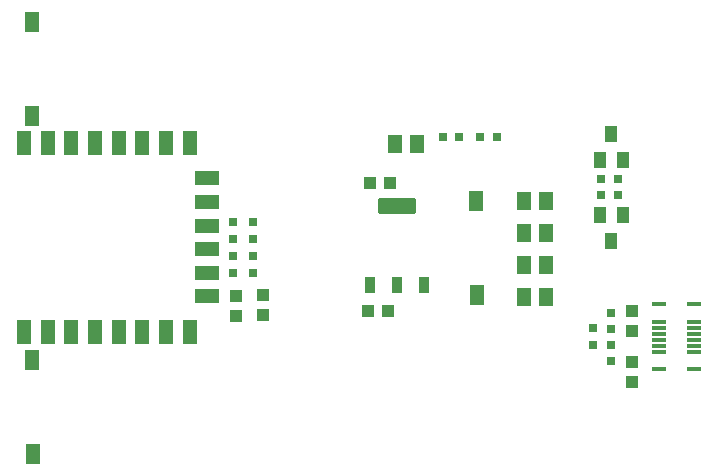
<source format=gtp>
G04*
G04 #@! TF.GenerationSoftware,Altium Limited,Altium Designer,22.5.1 (42)*
G04*
G04 Layer_Color=8421504*
%FSLAX25Y25*%
%MOIN*%
G70*
G04*
G04 #@! TF.SameCoordinates,6DAD0714-FCB9-4B36-A7BF-7B223F3C5BEE*
G04*
G04*
G04 #@! TF.FilePolarity,Positive*
G04*
G01*
G75*
%ADD15R,0.04528X0.01181*%
%ADD16R,0.03937X0.04331*%
%ADD17R,0.03000X0.03000*%
%ADD18R,0.04724X0.07087*%
%ADD19R,0.04724X0.07874*%
%ADD20R,0.07874X0.04724*%
%ADD21R,0.03937X0.05512*%
%ADD22R,0.03000X0.03000*%
%ADD23R,0.05118X0.05906*%
%ADD24R,0.04331X0.03937*%
G04:AMPARAMS|DCode=25|XSize=51.58mil|YSize=36.61mil|CornerRadius=2.75mil|HoleSize=0mil|Usage=FLASHONLY|Rotation=90.000|XOffset=0mil|YOffset=0mil|HoleType=Round|Shape=RoundedRectangle|*
%AMROUNDEDRECTD25*
21,1,0.05158,0.03112,0,0,90.0*
21,1,0.04608,0.03661,0,0,90.0*
1,1,0.00549,0.01556,0.02304*
1,1,0.00549,0.01556,-0.02304*
1,1,0.00549,-0.01556,-0.02304*
1,1,0.00549,-0.01556,0.02304*
%
%ADD25ROUNDEDRECTD25*%
G04:AMPARAMS|DCode=26|XSize=51.58mil|YSize=127.56mil|CornerRadius=3.87mil|HoleSize=0mil|Usage=FLASHONLY|Rotation=90.000|XOffset=0mil|YOffset=0mil|HoleType=Round|Shape=RoundedRectangle|*
%AMROUNDEDRECTD26*
21,1,0.05158,0.11982,0,0,90.0*
21,1,0.04384,0.12756,0,0,90.0*
1,1,0.00774,0.05991,0.02192*
1,1,0.00774,0.05991,-0.02192*
1,1,0.00774,-0.05991,-0.02192*
1,1,0.00774,-0.05991,0.02192*
%
%ADD26ROUNDEDRECTD26*%
D15*
X218807Y34500D02*
D03*
X230500D02*
D03*
X218807Y40405D02*
D03*
Y42374D02*
D03*
Y44342D02*
D03*
Y46311D02*
D03*
Y48280D02*
D03*
Y50248D02*
D03*
Y56154D02*
D03*
X230500Y40405D02*
D03*
Y42374D02*
D03*
Y44342D02*
D03*
Y46311D02*
D03*
Y48280D02*
D03*
Y50248D02*
D03*
Y56154D02*
D03*
D16*
X209755Y47133D02*
D03*
Y53826D02*
D03*
Y30416D02*
D03*
Y37109D02*
D03*
X78000Y59000D02*
D03*
Y52307D02*
D03*
X87000Y59193D02*
D03*
Y52500D02*
D03*
D17*
X203000Y37244D02*
D03*
Y42756D02*
D03*
X202961Y53394D02*
D03*
Y47882D02*
D03*
X197000Y42744D02*
D03*
Y48256D02*
D03*
X83539Y77994D02*
D03*
Y83506D02*
D03*
X76961D02*
D03*
Y77994D02*
D03*
Y72256D02*
D03*
Y66744D02*
D03*
X83500Y72256D02*
D03*
Y66744D02*
D03*
D18*
X10079Y6269D02*
D03*
X10000Y37500D02*
D03*
X158079Y59269D02*
D03*
X158000Y90500D02*
D03*
X9921Y150231D02*
D03*
X10000Y119000D02*
D03*
D19*
X62417Y109996D02*
D03*
X54543D02*
D03*
X46669D02*
D03*
X38795D02*
D03*
X30921D02*
D03*
X23047D02*
D03*
X15173D02*
D03*
X7299D02*
D03*
Y47004D02*
D03*
X23047D02*
D03*
X15173D02*
D03*
X30921D02*
D03*
X38795D02*
D03*
X46669D02*
D03*
X54543D02*
D03*
X62417D02*
D03*
D20*
X68244Y98185D02*
D03*
Y90311D02*
D03*
Y82437D02*
D03*
Y74563D02*
D03*
Y66689D02*
D03*
Y58815D02*
D03*
D21*
X203000Y112831D02*
D03*
X206740Y104169D02*
D03*
X199260D02*
D03*
X203000Y77169D02*
D03*
X199260Y85831D02*
D03*
X206740D02*
D03*
D22*
X205106Y98000D02*
D03*
X199594D02*
D03*
Y92500D02*
D03*
X205106D02*
D03*
X152256Y112000D02*
D03*
X146744D02*
D03*
X164756D02*
D03*
X159244D02*
D03*
D23*
X181366Y58500D02*
D03*
X173886Y58500D02*
D03*
X173886Y69156D02*
D03*
X181366Y69156D02*
D03*
X173886Y90469D02*
D03*
X181366Y90469D02*
D03*
X181366Y79812D02*
D03*
X173886Y79812D02*
D03*
X130886Y109468D02*
D03*
X138366Y109468D02*
D03*
D24*
X128693Y54000D02*
D03*
X122000D02*
D03*
X129193Y96500D02*
D03*
X122500D02*
D03*
D25*
X122484Y62661D02*
D03*
X131500D02*
D03*
X140516D02*
D03*
D26*
X131500Y89000D02*
D03*
M02*

</source>
